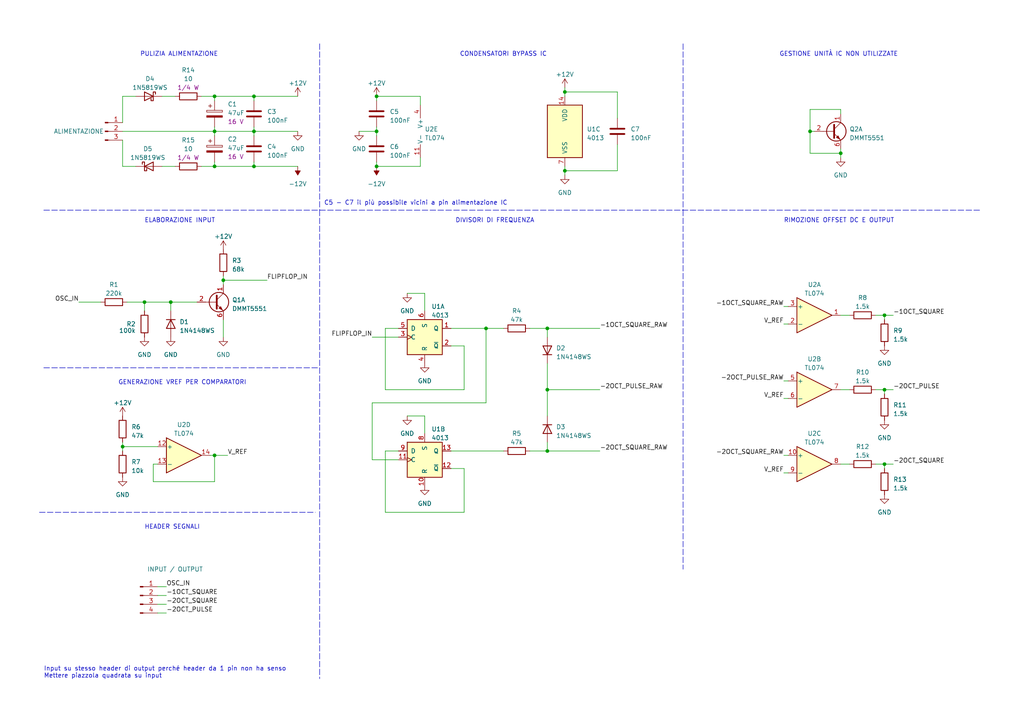
<source format=kicad_sch>
(kicad_sch (version 20230121) (generator eeschema)
  (paper "A4")
  (title_block (title "SUBOSCILLATORE CON IC LOGICI 4013") (date "2023-03-24") (rev "1"))
  (lib_symbols
    (symbol "4xxx:4013" (pin_names (offset 1.016))
      (property "Reference" "U" (at -7.62 8.89 0))
      (property "Value" "4013" (at -7.62 -8.89 0))
      (symbol "4013_1_1"
        (rectangle (start -5.08 5.08) (end 5.08 -5.08) (stroke (width 0.254)) (fill (type background)))
        (pin output line (at 7.62 2.54 180) (length 2.54) (name "Q") (number "1"))
        (pin output line (at 7.62 -2.54 180) (length 2.54) (name "~{Q}") (number "2"))
        (pin input clock (at -7.62 0 0) (length 2.54) (name "C") (number "3"))
        (pin input line (at 0 -7.62 90) (length 2.54) (name "R") (number "4"))
        (pin input line (at -7.62 2.54 0) (length 2.54) (name "D") (number "5"))
        (pin input line (at 0 7.62 270) (length 2.54) (name "S") (number "6"))
      )
      (symbol "4013_2_1"
        (rectangle (start -5.08 5.08) (end 5.08 -5.08) (stroke (width 0.254)) (fill (type background)))
        (pin input line (at 0 -7.62 90) (length 2.54) (name "R") (number "10"))
        (pin input clock (at -7.62 0 0) (length 2.54) (name "C") (number "11"))
        (pin output line (at 7.62 -2.54 180) (length 2.54) (name "~{Q}") (number "12"))
        (pin output line (at 7.62 2.54 180) (length 2.54) (name "Q") (number "13"))
        (pin input line (at 0 7.62 270) (length 2.54) (name "S") (number "8"))
        (pin input line (at -7.62 2.54 0) (length 2.54) (name "D") (number "9"))
      )
      (symbol "4013_3_0"
        (pin power_in line (at 0 10.16 270) (length 2.54) (name "VDD") (number "14"))
        (pin power_in line (at 0 -10.16 90) (length 2.54) (name "VSS") (number "7"))
      )
      (symbol "4013_3_1"
        (rectangle (start -5.08 7.62) (end 5.08 -7.62) (stroke (width 0.254)) (fill (type background)))
      )
    )
    (symbol "Amplifier_Operational:TL074" (pin_names (offset 0.127))
      (property "Reference" "U" (at 0 5.08 0))
      (property "Value" "TL074" (at 0 -5.08 0))
      (symbol "TL074_1_1"
        (polyline (pts (xy -5.08 5.08) (xy 5.08 0) (xy -5.08 -5.08) (xy -5.08 5.08)) (stroke (width 0.254)) (fill (type background)))
        (pin output line (at 7.62 0 180) (length 2.54) (name "~") (number "1"))
        (pin input line (at -7.62 -2.54 0) (length 2.54) (name "-") (number "2"))
        (pin input line (at -7.62 2.54 0) (length 2.54) (name "+") (number "3"))
      )
      (symbol "TL074_2_1"
        (polyline (pts (xy -5.08 5.08) (xy 5.08 0) (xy -5.08 -5.08) (xy -5.08 5.08)) (stroke (width 0.254)) (fill (type background)))
        (pin input line (at -7.62 2.54 0) (length 2.54) (name "+") (number "5"))
        (pin input line (at -7.62 -2.54 0) (length 2.54) (name "-") (number "6"))
        (pin output line (at 7.62 0 180) (length 2.54) (name "~") (number "7"))
      )
      (symbol "TL074_3_1"
        (polyline (pts (xy -5.08 5.08) (xy 5.08 0) (xy -5.08 -5.08) (xy -5.08 5.08)) (stroke (width 0.254)) (fill (type background)))
        (pin input line (at -7.62 2.54 0) (length 2.54) (name "+") (number "10"))
        (pin output line (at 7.62 0 180) (length 2.54) (name "~") (number "8"))
        (pin input line (at -7.62 -2.54 0) (length 2.54) (name "-") (number "9"))
      )
      (symbol "TL074_4_1"
        (polyline (pts (xy -5.08 5.08) (xy 5.08 0) (xy -5.08 -5.08) (xy -5.08 5.08)) (stroke (width 0.254)) (fill (type background)))
        (pin input line (at -7.62 2.54 0) (length 2.54) (name "+") (number "12"))
        (pin input line (at -7.62 -2.54 0) (length 2.54) (name "-") (number "13"))
        (pin output line (at 7.62 0 180) (length 2.54) (name "~") (number "14"))
      )
      (symbol "TL074_5_1"
        (pin power_in line (at -2.54 -7.62 90) (length 3.81) (name "V-") (number "11"))
        (pin power_in line (at -2.54 7.62 270) (length 3.81) (name "V+") (number "4"))
      )
    )
    (symbol "Connector:Conn_01x03_Pin" (pin_names (offset 1.016) hide)
      (property "Reference" "J" (at 0 5.08 0))
      (property "Value" "Conn_01x03_Pin" (at 0 -5.08 0))
      (symbol "Conn_01x03_Pin_1_1"
        (polyline (pts (xy 1.27 -2.54) (xy 0.8636 -2.54)) (stroke (width 0.1524)))
        (polyline (pts (xy 1.27 0) (xy 0.8636 0)) (stroke (width 0.1524)))
        (polyline (pts (xy 1.27 2.54) (xy 0.8636 2.54)) (stroke (width 0.1524)))
        (rectangle (start 0.8636 -2.413) (end 0 -2.667) (stroke (width 0.1524)) (fill (type outline)))
        (rectangle (start 0.8636 0.127) (end 0 -0.127) (stroke (width 0.1524)) (fill (type outline)))
        (rectangle (start 0.8636 2.667) (end 0 2.413) (stroke (width 0.1524)) (fill (type outline)))
        (pin passive line (at 5.08 2.54 180) (length 3.81) (name "Pin_1") (number "1"))
        (pin passive line (at 5.08 0 180) (length 3.81) (name "Pin_2") (number "2"))
        (pin passive line (at 5.08 -2.54 180) (length 3.81) (name "Pin_3") (number "3"))
      )
    )
    (symbol "Connector:Conn_01x04_Pin" (pin_names (offset 1.016) hide)
      (property "Reference" "J" (at 0 5.08 0))
      (property "Value" "Conn_01x04_Pin" (at 0 -7.62 0))
      (symbol "Conn_01x04_Pin_1_1"
        (polyline (pts (xy 1.27 -5.08) (xy 0.8636 -5.08)) (stroke (width 0.1524)))
        (polyline (pts (xy 1.27 -2.54) (xy 0.8636 -2.54)) (stroke (width 0.1524)))
        (polyline (pts (xy 1.27 0) (xy 0.8636 0)) (stroke (width 0.1524)))
        (polyline (pts (xy 1.27 2.54) (xy 0.8636 2.54)) (stroke (width 0.1524)))
        (rectangle (start 0.8636 -4.953) (end 0 -5.207) (stroke (width 0.1524)) (fill (type outline)))
        (rectangle (start 0.8636 -2.413) (end 0 -2.667) (stroke (width 0.1524)) (fill (type outline)))
        (rectangle (start 0.8636 0.127) (end 0 -0.127) (stroke (width 0.1524)) (fill (type outline)))
        (rectangle (start 0.8636 2.667) (end 0 2.413) (stroke (width 0.1524)) (fill (type outline)))
        (pin passive line (at 5.08 2.54 180) (length 3.81) (name "Pin_1") (number "1"))
        (pin passive line (at 5.08 0 180) (length 3.81) (name "Pin_2") (number "2"))
        (pin passive line (at 5.08 -2.54 180) (length 3.81) (name "Pin_3") (number "3"))
        (pin passive line (at 5.08 -5.08 180) (length 3.81) (name "Pin_4") (number "4"))
      )
    )
    (symbol "Device:C" (pin_numbers hide) (pin_names (offset 0.254))
      (property "Reference" "C" (at 0.635 2.54 0))
      (property "Value" "C" (at 0.635 -2.54 0))
      (symbol "C_0_1"
        (polyline (pts (xy -2.032 -0.762) (xy 2.032 -0.762)) (stroke (width 0.508)))
        (polyline (pts (xy -2.032 0.762) (xy 2.032 0.762)) (stroke (width 0.508)))
      )
      (symbol "C_1_1"
        (pin passive line (at 0 3.81 270) (length 2.794) (name "~") (number "1"))
        (pin passive line (at 0 -3.81 90) (length 2.794) (name "~") (number "2"))
      )
    )
    (symbol "Device:C_Polarized" (pin_numbers hide) (pin_names (offset 0.254))
      (property "Reference" "C" (at 0.635 2.54 0))
      (property "Value" "C_Polarized" (at 0.635 -2.54 0))
      (symbol "C_Polarized_0_1"
        (rectangle (start -2.286 0.508) (end 2.286 1.016))
        (polyline (pts (xy -1.778 2.286) (xy -0.762 2.286)))
        (polyline (pts (xy -1.27 2.794) (xy -1.27 1.778)))
        (rectangle (start 2.286 -0.508) (end -2.286 -1.016) (fill (type outline)))
      )
      (symbol "C_Polarized_1_1"
        (pin passive line (at 0 3.81 270) (length 2.794) (name "~") (number "1"))
        (pin passive line (at 0 -3.81 90) (length 2.794) (name "~") (number "2"))
      )
    )
    (symbol "Device:R" (pin_numbers hide) (pin_names (offset 0))
      (property "Reference" "R" (at 2.032 0 90))
      (property "Value" "R" (at 0 0 90))
      (symbol "R_0_1"
        (rectangle (start -1.016 -2.54) (end 1.016 2.54) (stroke (width 0.254)))
      )
      (symbol "R_1_1"
        (pin passive line (at 0 3.81 270) (length 1.27) (name "~") (number "1"))
        (pin passive line (at 0 -3.81 90) (length 1.27) (name "~") (number "2"))
      )
    )
    (symbol "Diode:1N4148WS" (pin_numbers hide) (pin_names hide)
      (property "Reference" "D" (at 0 2.54 0))
      (property "Value" "1N4148WS" (at 0 -2.54 0))
      (symbol "1N4148WS_0_1"
        (polyline (pts (xy -1.27 1.27) (xy -1.27 -1.27)) (stroke (width 0.254)))
        (polyline (pts (xy 1.27 0) (xy -1.27 0)))
        (polyline (pts (xy 1.27 1.27) (xy 1.27 -1.27) (xy -1.27 0) (xy 1.27 1.27)) (stroke (width 0.254)))
      )
      (symbol "1N4148WS_1_1"
        (pin passive line (at -3.81 0 0) (length 2.54) (name "K") (number "1"))
        (pin passive line (at 3.81 0 180) (length 2.54) (name "A") (number "2"))
      )
    )
    (symbol "Diode:1N5819WS" (pin_numbers hide) (pin_names (offset 1.016) hide)
      (property "Reference" "D" (at 0 2.54 0))
      (property "Value" "1N5819WS" (at 0 -2.54 0))
      (symbol "1N5819WS_0_1"
        (polyline (pts (xy 1.27 0) (xy -1.27 0)))
        (polyline (pts (xy 1.27 1.27) (xy 1.27 -1.27) (xy -1.27 0) (xy 1.27 1.27)) (stroke (width 0.254)))
        (polyline (pts (xy -1.905 0.635) (xy -1.905 1.27) (xy -1.27 1.27) (xy -1.27 -1.27) (xy -0.635 -1.27) (xy -0.635 -0.635)) (stroke (width 0.254)))
      )
      (symbol "1N5819WS_1_1"
        (pin passive line (at -3.81 0 0) (length 2.54) (name "K") (number "1"))
        (pin passive line (at 3.81 0 180) (length 2.54) (name "A") (number "2"))
      )
    )
    (symbol "Transistor_BJT:DMMT5551" (pin_names (offset 0) hide)
      (property "Reference" "Q" (at 5.08 2.54 0))
      (property "Value" "DMMT5551" (at 5.08 0 0))
      (symbol "DMMT5551_0_1"
        (polyline (pts (xy 0.635 0) (xy -2.54 0)))
        (polyline (pts (xy 0.635 0.635) (xy 2.54 2.54)))
        (polyline (pts (xy 0.635 -0.635) (xy 2.54 -2.54) (xy 2.54 -2.54)))
        (polyline (pts (xy 0.635 1.905) (xy 0.635 -1.905) (xy 0.635 -1.905)) (stroke (width 0.508)))
        (polyline (pts (xy 1.27 -1.778) (xy 1.778 -1.27) (xy 2.286 -2.286) (xy 1.27 -1.778) (xy 1.27 -1.778)) (fill (type outline)))
        (circle (center 1.27 0) (radius 2.8194) (stroke (width 0.254)))
      )
      (symbol "DMMT5551_1_1"
        (pin passive line (at 2.54 5.08 270) (length 2.54) (name "C1") (number "1"))
        (pin input line (at -5.08 0 0) (length 2.54) (name "B1") (number "2"))
        (pin passive line (at 2.54 -5.08 90) (length 2.54) (name "E1") (number "6"))
      )
      (symbol "DMMT5551_2_1"
        (pin input line (at -5.08 0 0) (length 2.54) (name "B1") (number "3"))
        (pin passive line (at 2.54 5.08 270) (length 2.54) (name "C1") (number "4"))
        (pin passive line (at 2.54 -5.08 90) (length 2.54) (name "E1") (number "5"))
      )
    )
    (symbol "power:+12V" (power) (pin_names (offset 0))
      (property "Value" "+12V" (at 0 3.556 0))
      (symbol "+12V_0_1"
        (polyline (pts (xy -0.762 1.27) (xy 0 2.54)))
        (polyline (pts (xy 0 0) (xy 0 2.54)))
        (polyline (pts (xy 0 2.54) (xy 0.762 1.27)))
      )
      (symbol "+12V_1_1"
        (pin power_in line (at 0 0 90) (length 0) hide (name "+12V") (number "1"))
      )
    )
    (symbol "power:-12V" (power) (pin_names (offset 0))
      (property "Value" "-12V" (at 0 3.81 0))
      (symbol "-12V_0_0"
        (pin power_in line (at 0 0 90) (length 0) hide (name "-12V") (number "1"))
      )
      (symbol "-12V_0_1"
        (polyline (pts (xy 0 0) (xy 0 1.27) (xy 0.762 1.27) (xy 0 2.54) (xy -0.762 1.27) (xy 0 1.27)) (fill (type outline)))
      )
    )
    (symbol "power:GND" (power) (pin_names (offset 0))
      (property "Value" "GND" (at 0 -3.81 0))
      (symbol "GND_0_1"
        (polyline (pts (xy 0 0) (xy 0 -1.27) (xy 1.27 -1.27) (xy 0 -2.54) (xy -1.27 -1.27) (xy 0 -1.27)))
      )
      (symbol "GND_1_1"
        (pin power_in line (at 0 0 270) (length 0) hide (name "GND") (number "1"))
      )
    )
  )
  (junction (at 256.54 91.44))
  (junction (at 109.22 27.94))
  (junction (at 158.75 95.25))
  (junction (at 243.84 44.45))
  (junction (at 256.54 113.03))
  (junction (at 73.66 27.94))
  (junction (at 49.53 87.63))
  (junction (at 62.23 27.94))
  (junction (at 163.83 26.67))
  (junction (at 73.66 38.1))
  (junction (at 35.56 129.54))
  (junction (at 41.91 87.63))
  (junction (at 73.66 48.26))
  (junction (at 64.77 81.28))
  (junction (at 256.54 134.62))
  (junction (at 62.23 38.1))
  (junction (at 62.23 132.08))
  (junction (at 109.22 38.1))
  (junction (at 234.95 38.1))
  (junction (at 158.75 130.81))
  (junction (at 140.97 95.25))
  (junction (at 109.22 48.26))
  (junction (at 158.75 113.03))
  (junction (at 163.83 49.53))
  (junction (at 62.23 48.26))
  (wire (pts (xy 111.76 130.81) (xy 111.76 148.59)))
  (wire (pts (xy 35.56 129.54) (xy 35.56 130.81)))
  (wire (pts (xy 109.22 48.26) (xy 121.92 48.26)))
  (wire (pts (xy 104.14 38.1) (xy 109.22 38.1)))
  (wire (pts (xy 73.66 38.1) (xy 62.23 38.1)))
  (wire (pts (xy 234.95 31.75) (xy 234.95 38.1)))
  (wire (pts (xy 243.84 43.18) (xy 243.84 44.45)))
  (wire (pts (xy 256.54 113.03) (xy 259.08 113.03)))
  (wire (pts (xy 22.86 87.63) (xy 29.21 87.63)))
  (wire (pts (xy 256.54 134.62) (xy 259.08 134.62)))
  (wire (pts (xy 179.07 49.53) (xy 163.83 49.53)))
  (wire (pts (xy 130.81 100.33) (xy 134.62 100.33)))
  (wire (pts (xy 62.23 27.94) (xy 73.66 27.94)))
  (wire (pts (xy 134.62 100.33) (xy 134.62 113.03)))
  (wire (pts (xy 179.07 49.53) (xy 179.07 41.91)))
  (wire (pts (xy 64.77 92.71) (xy 64.77 97.79)))
  (polyline (pts (xy 92.71 60.96) (xy 92.71 111.76)) (stroke (width 0) (type dash)))
  (polyline (pts (xy 12.7 60.96) (xy 92.71 60.96)) (stroke (width 0) (type dash)))
  (wire (pts (xy 64.77 81.28) (xy 64.77 82.55)))
  (wire (pts (xy 153.67 130.81) (xy 158.75 130.81)))
  (wire (pts (xy 48.26 170.18) (xy 45.72 170.18)))
  (wire (pts (xy 73.66 38.1) (xy 86.36 38.1)))
  (wire (pts (xy 62.23 48.26) (xy 62.23 46.99)))
  (wire (pts (xy 130.81 95.25) (xy 140.97 95.25)))
  (wire (pts (xy 134.62 148.59) (xy 134.62 135.89)))
  (polyline (pts (xy 198.12 60.96) (xy 198.12 165.1)) (stroke (width 0) (type dash)))
  (wire (pts (xy 64.77 81.28) (xy 77.47 81.28)))
  (wire (pts (xy 48.26 172.72) (xy 45.72 172.72)))
  (wire (pts (xy 134.62 113.03) (xy 111.76 113.03)))
  (wire (pts (xy 60.96 132.08) (xy 62.23 132.08)))
  (polyline (pts (xy 92.71 12.7) (xy 92.71 60.96)) (stroke (width 0) (type dash)))
  (wire (pts (xy 46.99 48.26) (xy 50.8 48.26)))
  (wire (pts (xy 123.19 85.09) (xy 123.19 90.17)))
  (wire (pts (xy 130.81 130.81) (xy 146.05 130.81)))
  (wire (pts (xy 62.23 132.08) (xy 66.04 132.08)))
  (wire (pts (xy 254 91.44) (xy 256.54 91.44)))
  (wire (pts (xy 73.66 39.37) (xy 73.66 38.1)))
  (wire (pts (xy 140.97 95.25) (xy 146.05 95.25)))
  (wire (pts (xy 73.66 27.94) (xy 86.36 27.94)))
  (wire (pts (xy 256.54 113.03) (xy 256.54 114.3)))
  (polyline (pts (xy 92.71 60.96) (xy 284.48 60.96)) (stroke (width 0) (type dash)))
  (wire (pts (xy 227.33 137.16) (xy 228.6 137.16)))
  (wire (pts (xy 118.11 85.09) (xy 123.19 85.09)))
  (wire (pts (xy 256.54 134.62) (xy 256.54 135.89)))
  (wire (pts (xy 35.56 48.26) (xy 39.37 48.26)))
  (wire (pts (xy 49.53 87.63) (xy 57.15 87.63)))
  (wire (pts (xy 73.66 48.26) (xy 73.66 46.99)))
  (wire (pts (xy 64.77 80.01) (xy 64.77 81.28)))
  (wire (pts (xy 158.75 105.41) (xy 158.75 113.03)))
  (wire (pts (xy 234.95 44.45) (xy 243.84 44.45)))
  (wire (pts (xy 58.42 48.26) (xy 62.23 48.26)))
  (wire (pts (xy 107.95 133.35) (xy 115.57 133.35)))
  (wire (pts (xy 163.83 26.67) (xy 163.83 27.94)))
  (wire (pts (xy 35.56 27.94) (xy 39.37 27.94)))
  (wire (pts (xy 140.97 95.25) (xy 140.97 116.84)))
  (wire (pts (xy 121.92 45.72) (xy 121.92 48.26)))
  (wire (pts (xy 36.83 87.63) (xy 41.91 87.63)))
  (wire (pts (xy 158.75 113.03) (xy 158.75 120.65)))
  (wire (pts (xy 35.56 38.1) (xy 62.23 38.1)))
  (polyline (pts (xy 12.7 106.68) (xy 92.71 106.68)) (stroke (width 0) (type dash)))
  (wire (pts (xy 163.83 25.4) (xy 163.83 26.67)))
  (wire (pts (xy 227.33 115.57) (xy 228.6 115.57)))
  (wire (pts (xy 256.54 91.44) (xy 256.54 92.71)))
  (wire (pts (xy 41.91 87.63) (xy 49.53 87.63)))
  (wire (pts (xy 158.75 95.25) (xy 158.75 97.79)))
  (wire (pts (xy 109.22 29.21) (xy 109.22 27.94)))
  (wire (pts (xy 62.23 48.26) (xy 73.66 48.26)))
  (polyline (pts (xy 92.71 111.76) (xy 92.71 196.85)) (stroke (width 0) (type dash)))
  (wire (pts (xy 107.95 97.79) (xy 115.57 97.79)))
  (wire (pts (xy 179.07 26.67) (xy 163.83 26.67)))
  (wire (pts (xy 111.76 148.59) (xy 134.62 148.59)))
  (wire (pts (xy 46.99 27.94) (xy 50.8 27.94)))
  (wire (pts (xy 243.84 31.75) (xy 234.95 31.75)))
  (wire (pts (xy 227.33 132.08) (xy 228.6 132.08)))
  (wire (pts (xy 158.75 113.03) (xy 173.99 113.03)))
  (wire (pts (xy 35.56 40.64) (xy 35.56 48.26)))
  (wire (pts (xy 256.54 91.44) (xy 259.08 91.44)))
  (wire (pts (xy 243.84 91.44) (xy 246.38 91.44)))
  (wire (pts (xy 62.23 27.94) (xy 62.23 29.21)))
  (wire (pts (xy 153.67 95.25) (xy 158.75 95.25)))
  (wire (pts (xy 134.62 135.89) (xy 130.81 135.89)))
  (wire (pts (xy 73.66 36.83) (xy 73.66 38.1)))
  (wire (pts (xy 140.97 116.84) (xy 107.95 116.84)))
  (wire (pts (xy 158.75 95.25) (xy 173.99 95.25)))
  (wire (pts (xy 243.84 33.02) (xy 243.84 31.75)))
  (wire (pts (xy 179.07 34.29) (xy 179.07 26.67)))
  (wire (pts (xy 45.72 129.54) (xy 35.56 129.54)))
  (wire (pts (xy 58.42 27.94) (xy 62.23 27.94)))
  (wire (pts (xy 121.92 27.94) (xy 121.92 30.48)))
  (wire (pts (xy 44.45 139.7) (xy 44.45 134.62)))
  (polyline (pts (xy 198.12 12.7) (xy 198.12 60.96)) (stroke (width 0) (type dash)))
  (wire (pts (xy 254 134.62) (xy 256.54 134.62)))
  (wire (pts (xy 243.84 134.62) (xy 246.38 134.62)))
  (wire (pts (xy 41.91 87.63) (xy 41.91 90.17)))
  (wire (pts (xy 118.11 120.65) (xy 123.19 120.65)))
  (wire (pts (xy 62.23 39.37) (xy 62.23 38.1)))
  (wire (pts (xy 254 113.03) (xy 256.54 113.03)))
  (wire (pts (xy 62.23 36.83) (xy 62.23 38.1)))
  (wire (pts (xy 163.83 49.53) (xy 163.83 48.26)))
  (wire (pts (xy 227.33 88.9) (xy 228.6 88.9)))
  (wire (pts (xy 48.26 177.8) (xy 45.72 177.8)))
  (wire (pts (xy 111.76 113.03) (xy 111.76 95.25)))
  (wire (pts (xy 111.76 95.25) (xy 115.57 95.25)))
  (wire (pts (xy 45.72 175.26) (xy 48.26 175.26)))
  (wire (pts (xy 62.23 139.7) (xy 44.45 139.7)))
  (wire (pts (xy 234.95 38.1) (xy 236.22 38.1)))
  (wire (pts (xy 35.56 128.27) (xy 35.56 129.54)))
  (wire (pts (xy 227.33 93.98) (xy 228.6 93.98)))
  (wire (pts (xy 234.95 38.1) (xy 234.95 44.45)))
  (wire (pts (xy 109.22 36.83) (xy 109.22 38.1)))
  (wire (pts (xy 158.75 130.81) (xy 158.75 128.27)))
  (polyline (pts (xy 11.43 148.59) (xy 91.44 148.59)) (stroke (width 0) (type dash)))
  (wire (pts (xy 109.22 27.94) (xy 121.92 27.94)))
  (wire (pts (xy 107.95 116.84) (xy 107.95 133.35)))
  (wire (pts (xy 44.45 134.62) (xy 45.72 134.62)))
  (wire (pts (xy 62.23 132.08) (xy 62.23 139.7)))
  (wire (pts (xy 109.22 38.1) (xy 109.22 39.37)))
  (wire (pts (xy 49.53 87.63) (xy 49.53 90.17)))
  (wire (pts (xy 227.33 110.49) (xy 228.6 110.49)))
  (wire (pts (xy 115.57 130.81) (xy 111.76 130.81)))
  (wire (pts (xy 109.22 46.99) (xy 109.22 48.26)))
  (wire (pts (xy 243.84 113.03) (xy 246.38 113.03)))
  (wire (pts (xy 158.75 130.81) (xy 173.99 130.81)))
  (wire (pts (xy 73.66 48.26) (xy 86.36 48.26)))
  (wire (pts (xy 35.56 35.56) (xy 35.56 27.94)))
  (wire (pts (xy 243.84 44.45) (xy 243.84 45.72)))
  (wire (pts (xy 123.19 120.65) (xy 123.19 125.73)))
  (wire (pts (xy 73.66 27.94) (xy 73.66 29.21)))
  (wire (pts (xy 163.83 50.8) (xy 163.83 49.53)))
  (text "PULIZIA ALIMENTAZIONE\n" (at 40.64 16.51 0) (effects (font (size 1.27 1.27)) (justify left bottom)))
  (text "RIMOZIONE OFFSET DC E OUTPUT" (at 227.33 64.77 0) (effects (font (size 1.27 1.27)) (justify left bottom)))
  (text "DIVISORI DI FREQUENZA" (at 132.08 64.77 0) (effects (font (size 1.27 1.27)) (justify left bottom)))
  (text "GESTIONE UNITÀ IC NON UTILIZZATE" (at 226.06 16.51 0) (effects (font (size 1.27 1.27)) (justify left bottom)))
  (text "ELABORAZIONE INPUT" (at 41.91 64.77 0) (effects (font (size 1.27 1.27)) (justify left bottom)))
  (text "CONDENSATORI BYPASS IC" (at 133.35 16.51 0) (effects (font (size 1.27 1.27)) (justify left bottom)))
  (text "Input su stesso header di output perché header da 1 pin non ha senso\nMettere piazzola quadrata su input" (at 12.7 196.85 0) (effects (font (size 1.27 1.27)) (justify left bottom)))
  (text "C5 - C7 il più possibile vicini a pin alimentazione IC" (at 93.98 59.69 0) (effects (font (size 1.27 1.27)) (justify left bottom)))
  (text "GENERAZIONE VREF PER COMPARATORI" (at 34.29 111.76 0) (effects (font (size 1.27 1.27)) (justify left bottom)))
  (text "HEADER SEGNALI" (at 41.91 153.67 0) (effects (font (size 1.27 1.27)) (justify left bottom)))
  (label "-1OCT_SQUARE_RAW" (at 227.33 88.9 180))
  (label "-2OCT_PULSE" (at 259.08 113.03 0))
  (label "-2OCT_SQUARE" (at 259.08 134.62 0))
  (label "-1OCT_SQUARE" (at 48.26 172.72 0))
  (label "-2OCT_SQUARE" (at 48.26 175.26 0))
  (label "-1OCT_SQUARE_RAW" (at 173.99 95.25 0))
  (label "OSC_IN" (at 48.26 170.18 0))
  (label "-2OCT_SQUARE_RAW" (at 227.33 132.08 180))
  (label "OSC_IN" (at 22.86 87.63 180))
  (label "FLIPFLOP_IN" (at 107.95 97.79 180))
  (label "V_REF" (at 227.33 115.57 180))
  (label "V_REF" (at 66.04 132.08 0))
  (label "V_REF" (at 227.33 93.98 180))
  (label "-2OCT_PULSE_RAW" (at 173.99 113.03 0))
  (label "-2OCT_SQUARE_RAW" (at 173.99 130.81 0))
  (label "-2OCT_PULSE_RAW" (at 227.33 110.49 180))
  (label "-1OCT_SQUARE" (at 259.08 91.44 0))
  (label "-2OCT_PULSE" (at 48.26 177.8 0))
  (label "V_REF" (at 227.33 137.16 180))
  (label "FLIPFLOP_IN" (at 77.47 81.28 0))
  (symbol (lib_id "Device:R") (at 149.86 95.25 90) (unit 1)
    (property "Reference" "R4" (at 149.86 90.17 90))
    (property "Value" "47k" (at 149.86 92.71 90))
    (property "Footprint" "Resistor_SMD:R_0402_1005Metric" (effects hide))
    (property "Datasheet" "0402WGF4702TCE" (effects hide))
  )
  (symbol (lib_id "power:GND") (at 256.54 143.51 0) (unit 1)
    (property "Reference" "#PWR014" (effects hide))
    (property "Value" "GND" (at 256.54 148.59 0))
  )
  (symbol (lib_id "Diode:1N5819WS") (at 43.18 48.26 0) (unit 1)
    (property "Reference" "D5" (at 42.8625 43.18 0))
    (property "Value" "1N5819WS" (at 42.8625 45.72 0))
    (property "Footprint" "Diode_SMD:D_SOD-323" (effects hide))
  )
  (symbol (lib_id "power:+12V") (at 109.22 27.94 0) (unit 1)
    (property "Reference" "#PWR019" (effects hide))
    (property "Value" "+12V" (at 109.22 24.13 0))
  )
  (symbol (lib_id "Diode:1N4148WS") (at 158.75 124.46 270) (unit 1)
    (property "Reference" "D3" (at 161.29 123.825 90) (effects (justify left)))
    (property "Value" "1N4148WS" (at 161.29 126.365 90) (effects (justify left)))
    (property "Footprint" "Diode_SMD:D_SOD-323" (effects hide))
    (property "Datasheet" "https://www.vishay.com/docs/85751/1n4148ws.pdf" (effects hide))
    (property "Sim.Device" "D" (effects hide))
    (property "Sim.Pins" "1=K 2=A" (effects hide))
  )
  (symbol (lib_id "Transistor_BJT:DMMT5551") (at 241.3 38.1 0) (unit 1)
    (property "Reference" "Q2" (at 246.38 37.465 0) (effects (justify left)))
    (property "Value" "DMMT5551" (at 246.38 40.005 0) (effects (justify left)))
    (property "Footprint" "Package_TO_SOT_SMD:SOT-23-6" (effects hide))
    (property "Datasheet" "https://datasheet.lcsc.com/lcsc/1912111437_Diodes-Incorporated-DMMT5551-7-F_C445514.pdf" (effects hide))
  )
  (symbol (lib_id "Amplifier_Operational:TL074") (at 124.46 38.1 0) (unit 5)
    (property "Reference" "U2" (at 123.19 37.465 0) (effects (justify left)))
    (property "Value" "TL074" (at 123.19 40.005 0) (effects (justify left)))
    (property "Footprint" "Package_SO:SOIC-14_3.9x8.7mm_P1.27mm" (effects hide))
    (property "Datasheet" "TL074CDT" (effects hide))
  )
  (symbol (lib_id "power:GND") (at 123.19 105.41 0) (unit 1)
    (property "Reference" "#PWR06" (effects hide))
    (property "Value" "GND" (at 123.19 110.49 0))
  )
  (symbol (lib_id "power:-12V") (at 86.36 48.26 180) (unit 1)
    (property "Reference" "#PWR017" (effects hide))
    (property "Value" "-12V" (at 86.36 53.34 0))
  )
  (symbol (lib_id "4xxx:4013") (at 163.83 38.1 0) (unit 3)
    (property "Reference" "U1" (at 170.18 37.465 0) (effects (justify left)))
    (property "Value" "4013" (at 170.18 40.005 0) (effects (justify left)))
    (property "Footprint" "Package_SO:SOIC-14_3.9x8.7mm_P1.27mm" (effects hide))
    (property "Datasheet" "CD4013BM/TR" (effects hide))
  )
  (symbol (lib_id "Device:R") (at 33.02 87.63 90) (unit 1)
    (property "Reference" "R1" (at 33.02 82.55 90))
    (property "Value" "220k" (at 33.02 85.09 90))
    (property "Footprint" "Resistor_SMD:R_0402_1005Metric" (effects hide))
    (property "Datasheet" "0402WGF2203TCE" (effects hide))
  )
  (symbol (lib_id "Device:C") (at 179.07 38.1 0) (unit 1)
    (property "Reference" "C7" (at 182.88 37.465 0) (effects (justify left)))
    (property "Value" "100nF" (at 182.88 40.005 0) (effects (justify left)))
    (property "Footprint" "Capacitor_SMD:C_0402_1005Metric" (effects hide))
    (property "Datasheet" "CL05B104KO5NNNC" (effects hide))
  )
  (symbol (lib_id "power:GND") (at 104.14 38.1 0) (unit 1)
    (property "Reference" "#PWR018" (effects hide))
    (property "Value" "GND" (at 104.14 43.18 0))
  )
  (symbol (lib_id "power:GND") (at 64.77 97.79 0) (unit 1)
    (property "Reference" "#PWR03" (effects hide))
    (property "Value" "GND" (at 64.77 102.87 0))
  )
  (symbol (lib_id "power:-12V") (at 109.22 48.26 180) (unit 1)
    (property "Reference" "#PWR020" (effects hide))
    (property "Value" "-12V" (at 109.22 53.34 0))
  )
  (symbol (lib_id "Device:R") (at 250.19 91.44 90) (unit 1)
    (property "Reference" "R8" (at 250.19 86.36 90))
    (property "Value" "1.5k" (at 250.19 88.9 90))
    (property "Footprint" "Resistor_SMD:R_0402_1005Metric" (effects hide))
    (property "Datasheet" "RC0402FR-071K5L" (effects hide))
  )
  (symbol (lib_id "4xxx:4013") (at 123.19 97.79 0) (unit 1)
    (property "Reference" "U1" (at 125.1459 88.9 0) (effects (justify left)))
    (property "Value" "4013" (at 125.1459 91.44 0) (effects (justify left)))
    (property "Footprint" "Package_SO:SOIC-14_3.9x8.7mm_P1.27mm" (effects hide))
    (property "Datasheet" "CD4013BM/TR" (effects hide))
  )
  (symbol (lib_id "Device:C_Polarized") (at 62.23 33.02 0) (unit 1)
    (property "Reference" "C1" (at 66.04 30.226 0) (effects (justify left)))
    (property "Value" "47uF" (at 66.04 32.766 0) (effects (justify left)))
    (property "Footprint" "Capacitor_Tantalum_SMD:CP_EIA-3528-12_Kemet-T" (effects hide))
    (property "Datasheet" "CA45-B-16V-47uF-K" (effects hide))
    (property "Voltage Rating" "16 V" (at 66.04 35.306 0) (effects (justify left)))
  )
  (symbol (lib_id "Device:R") (at 250.19 113.03 90) (unit 1)
    (property "Reference" "R10" (at 250.19 107.95 90))
    (property "Value" "1.5k" (at 250.19 110.49 90))
    (property "Footprint" "Resistor_SMD:R_0402_1005Metric" (effects hide))
    (property "Datasheet" "RC0402FR-071K5L" (effects hide))
  )
  (symbol (lib_id "power:GND") (at 256.54 121.92 0) (unit 1)
    (property "Reference" "#PWR013" (effects hide))
    (property "Value" "GND" (at 256.54 127 0))
  )
  (symbol (lib_id "Diode:1N5819WS") (at 43.18 27.94 0) (mirror y) (unit 1)
    (property "Reference" "D4" (at 43.4975 22.86 0))
    (property "Value" "1N5819WS" (at 43.4975 25.4 0))
    (property "Footprint" "Diode_SMD:D_SOD-323" (effects hide))
  )
  (symbol (lib_id "power:GND") (at 118.11 85.09 0) (unit 1)
    (property "Reference" "#PWR08" (effects hide))
    (property "Value" "GND" (at 118.11 90.17 0))
  )
  (symbol (lib_id "power:GND") (at 35.56 138.43 0) (unit 1)
    (property "Reference" "#PWR010" (effects hide))
    (property "Value" "GND" (at 35.56 143.51 0))
  )
  (symbol (lib_id "power:GND") (at 41.91 97.79 0) (unit 1)
    (property "Reference" "#PWR01" (effects hide))
    (property "Value" "GND" (at 41.91 102.87 0))
  )
  (symbol (lib_id "power:GND") (at 256.54 100.33 0) (unit 1)
    (property "Reference" "#PWR012" (effects hide))
    (property "Value" "GND" (at 256.54 105.41 0))
  )
  (symbol (lib_id "Diode:1N4148WS") (at 49.53 93.98 270) (unit 1)
    (property "Reference" "D1" (at 52.07 93.345 90) (effects (justify left)))
    (property "Value" "1N4148WS" (at 52.07 95.885 90) (effects (justify left)))
    (property "Footprint" "Diode_SMD:D_SOD-323" (effects hide))
    (property "Datasheet" "https://www.vishay.com/docs/85751/1n4148ws.pdf" (effects hide))
    (property "Sim.Device" "D" (effects hide))
    (property "Sim.Pins" "1=K 2=A" (effects hide))
  )
  (symbol (lib_id "Device:R") (at 250.19 134.62 90) (unit 1)
    (property "Reference" "R12" (at 250.19 129.54 90))
    (property "Value" "1.5k" (at 250.19 132.08 90))
    (property "Footprint" "Resistor_SMD:R_0402_1005Metric" (effects hide))
    (property "Datasheet" "RC0402FR-071K5L" (effects hide))
  )
  (symbol (lib_id "Connector:Conn_01x03_Pin") (at 30.48 38.1 0) (unit 1)
    (property "Reference" "J1" (effects hide))
    (property "Value" "ALIMENTAZIONE" (at 22.86 38.1 0))
    (property "Footprint" "Connector_PinHeader_2.54mm:PinHeader_1x03_P2.54mm_Vertical" (effects hide))
  )
  (symbol (lib_id "Device:R") (at 64.77 76.2 180) (unit 1)
    (property "Reference" "R3" (at 67.31 75.565 0) (effects (justify right)))
    (property "Value" "68k" (at 67.31 78.105 0) (effects (justify right)))
    (property "Footprint" "Resistor_SMD:R_0402_1005Metric" (effects hide))
    (property "Datasheet" "0402WGF6802TCE" (effects hide))
  )
  (symbol (lib_id "power:GND") (at 123.19 140.97 0) (unit 1)
    (property "Reference" "#PWR07" (effects hide))
    (property "Value" "GND" (at 123.19 146.05 0))
  )
  (symbol (lib_id "power:GND") (at 86.36 38.1 0) (unit 1)
    (property "Reference" "#PWR016" (effects hide))
    (property "Value" "GND" (at 86.36 43.18 0))
  )
  (symbol (lib_id "Amplifier_Operational:TL074") (at 53.34 132.08 0) (unit 4)
    (property "Reference" "U2" (at 53.34 123.19 0))
    (property "Value" "TL074" (at 53.34 125.73 0))
    (property "Footprint" "Package_SO:SOIC-14_3.9x8.7mm_P1.27mm" (effects hide))
    (property "Datasheet" "TL074CDT" (effects hide))
  )
  (symbol (lib_id "Device:C_Polarized") (at 62.23 43.18 0) (unit 1)
    (property "Reference" "C2" (at 66.04 40.386 0) (effects (justify left)))
    (property "Value" "47uF" (at 66.04 42.926 0) (effects (justify left)))
    (property "Footprint" "Capacitor_Tantalum_SMD:CP_EIA-3528-12_Kemet-T" (effects hide))
    (property "Datasheet" "CA45-B-16V-47uF-K" (effects hide))
    (property "Voltage Rating" "16 V" (at 66.04 45.466 0) (effects (justify left)))
  )
  (symbol (lib_id "Device:C") (at 73.66 43.18 0) (unit 1)
    (property "Reference" "C4" (at 77.47 42.545 0) (effects (justify left)))
    (property "Value" "100nF" (at 77.47 45.085 0) (effects (justify left)))
    (property "Footprint" "Capacitor_SMD:C_0402_1005Metric" (effects hide))
    (property "Datasheet" "CL05B104KO5NNNC" (effects hide))
  )
  (symbol (lib_id "Device:C") (at 109.22 43.18 0) (unit 1)
    (property "Reference" "C6" (at 113.03 42.545 0) (effects (justify left)))
    (property "Value" "100nF" (at 113.03 45.085 0) (effects (justify left)))
    (property "Footprint" "Capacitor_SMD:C_0402_1005Metric" (effects hide))
    (property "Datasheet" "CL05B104KO5NNNC" (effects hide))
  )
  (symbol (lib_id "power:GND") (at 118.11 120.65 0) (unit 1)
    (property "Reference" "#PWR09" (effects hide))
    (property "Value" "GND" (at 118.11 125.73 0))
  )
  (symbol (lib_id "power:+12V") (at 86.36 27.94 0) (unit 1)
    (property "Reference" "#PWR015" (effects hide))
    (property "Value" "+12V" (at 86.36 24.13 0))
  )
  (symbol (lib_id "Amplifier_Operational:TL074") (at 236.22 134.62 0) (unit 3)
    (property "Reference" "U2" (at 236.22 125.73 0))
    (property "Value" "TL074" (at 236.22 128.27 0))
    (property "Footprint" "Package_SO:SOIC-14_3.9x8.7mm_P1.27mm" (effects hide))
    (property "Datasheet" "TL074CDT" (effects hide))
  )
  (symbol (lib_id "Device:R") (at 256.54 96.52 180) (unit 1)
    (property "Reference" "R9" (at 259.08 95.885 0) (effects (justify right)))
    (property "Value" "1.5k" (at 259.08 98.425 0) (effects (justify right)))
    (property "Footprint" "Resistor_SMD:R_0402_1005Metric" (effects hide))
    (property "Datasheet" "RC0402FR-071K5L" (effects hide))
  )
  (symbol (lib_id "Device:R") (at 256.54 139.7 180) (unit 1)
    (property "Reference" "R13" (at 259.08 139.065 0) (effects (justify right)))
    (property "Value" "1.5k" (at 259.08 141.605 0) (effects (justify right)))
    (property "Footprint" "Resistor_SMD:R_0402_1005Metric" (effects hide))
    (property "Datasheet" "RC0402FR-071K5L" (effects hide))
  )
  (symbol (lib_id "Amplifier_Operational:TL074") (at 236.22 91.44 0) (unit 1)
    (property "Reference" "U2" (at 236.22 82.55 0))
    (property "Value" "TL074" (at 236.22 85.09 0))
    (property "Footprint" "Package_SO:SOIC-14_3.9x8.7mm_P1.27mm" (effects hide))
    (property "Datasheet" "TL074CDT" (effects hide))
  )
  (symbol (lib_id "power:+12V") (at 163.83 25.4 0) (unit 1)
    (property "Reference" "#PWR021" (effects hide))
    (property "Value" "+12V" (at 163.83 21.59 0))
  )
  (symbol (lib_id "Device:R") (at 35.56 134.62 0) (unit 1)
    (property "Reference" "R7" (at 38.1 133.985 0) (effects (justify left)))
    (property "Value" "10k" (at 38.1 136.525 0) (effects (justify left)))
    (property "Footprint" "Resistor_SMD:R_0402_1005Metric" (effects hide))
    (property "Datasheet" "RC0402FR-0710KL" (effects hide))
  )
  (symbol (lib_id "power:GND") (at 163.83 50.8 0) (unit 1)
    (property "Reference" "#PWR022" (effects hide))
    (property "Value" "GND" (at 163.83 55.88 0))
  )
  (symbol (lib_id "Device:C") (at 73.66 33.02 0) (unit 1)
    (property "Reference" "C3" (at 77.47 32.385 0) (effects (justify left)))
    (property "Value" "100nF" (at 77.47 34.925 0) (effects (justify left)))
    (property "Footprint" "Capacitor_SMD:C_0402_1005Metric" (effects hide))
    (property "Datasheet" "CL05B104KO5NNNC" (effects hide))
  )
  (symbol (lib_id "Transistor_BJT:DMMT5551") (at 62.23 87.63 0) (unit 1)
    (property "Reference" "Q1" (at 67.31 86.995 0) (effects (justify left)))
    (property "Value" "DMMT5551" (at 67.31 89.535 0) (effects (justify left)))
    (property "Footprint" "Package_TO_SOT_SMD:SOT-23-6" (effects hide))
    (property "Datasheet" "https://datasheet.lcsc.com/lcsc/1912111437_Diodes-Incorporated-DMMT5551-7-F_C445514.pdf" (effects hide))
  )
  (symbol (lib_id "power:GND") (at 243.84 45.72 0) (unit 1)
    (property "Reference" "#PWR05" (effects hide))
    (property "Value" "GND" (at 243.84 50.8 0))
  )
  (symbol (lib_id "Device:R") (at 54.61 27.94 270) (unit 1)
    (property "Reference" "R14" (at 54.61 20.32 90))
    (property "Value" "10" (at 54.61 22.86 90))
    (property "Footprint" "Resistor_SMD:R_1206_3216Metric" (effects hide))
    (property "Datasheet" "1206W4F100JT5E" (effects hide))
    (property "Power Rating" "1/4 W" (at 54.61 25.4 90))
  )
  (symbol (lib_id "Amplifier_Operational:TL074") (at 236.22 113.03 0) (unit 2)
    (property "Reference" "U2" (at 236.22 104.14 0))
    (property "Value" "TL074" (at 236.22 106.68 0))
    (property "Footprint" "Package_SO:SOIC-14_3.9x8.7mm_P1.27mm" (effects hide))
    (property "Datasheet" "TL074CDT" (effects hide))
  )
  (symbol (lib_id "power:+12V") (at 35.56 120.65 0) (unit 1)
    (property "Reference" "#PWR011" (effects hide))
    (property "Value" "+12V" (at 35.56 116.84 0))
  )
  (symbol (lib_id "Device:R") (at 149.86 130.81 90) (unit 1)
    (property "Reference" "R5" (at 149.86 125.73 90))
    (property "Value" "47k" (at 149.86 128.27 90))
    (property "Footprint" "Resistor_SMD:R_0402_1005Metric" (effects hide))
    (property "Datasheet" "0402WGF4702TCE" (effects hide))
  )
  (symbol (lib_id "Device:R") (at 41.91 93.98 0) (mirror x) (unit 1)
    (property "Reference" "R2" (at 39.37 93.98 0) (effects (justify right)))
    (property "Value" "100k" (at 39.37 95.885 0) (effects (justify right)))
    (property "Footprint" "Resistor_SMD:R_0402_1005Metric" (effects hide))
    (property "Datasheet" "0402WGF1003TCE" (effects hide))
  )
  (symbol (lib_id "Device:C") (at 109.22 33.02 0) (unit 1)
    (property "Reference" "C5" (at 113.03 32.385 0) (effects (justify left)))
    (property "Value" "100nF" (at 113.03 34.925 0) (effects (justify left)))
    (property "Footprint" "Capacitor_SMD:C_0402_1005Metric" (effects hide))
    (property "Datasheet" "CL05B104KO5NNNC" (effects hide))
  )
  (symbol (lib_id "Device:R") (at 35.56 124.46 0) (unit 1)
    (property "Reference" "R6" (at 38.1 123.825 0) (effects (justify left)))
    (property "Value" "47k" (at 38.1 126.365 0) (effects (justify left)))
    (property "Footprint" "Resistor_SMD:R_0402_1005Metric" (effects hide))
    (property "Datasheet" "0402WGF4702TCE" (effects hide))
  )
  (symbol (lib_id "power:+12V") (at 64.77 72.39 0) (unit 1)
    (property "Reference" "#PWR04" (effects hide))
    (property "Value" "+12V" (at 64.77 68.58 0))
  )
  (symbol (lib_id "4xxx:4013") (at 123.19 133.35 0) (unit 2)
    (property "Reference" "U1" (at 125.1459 124.46 0) (effects (justify left)))
    (property "Value" "4013" (at 125.1459 127 0) (effects (justify left)))
    (property "Footprint" "Package_SO:SOIC-14_3.9x8.7mm_P1.27mm" (effects hide))
    (property "Datasheet" "CD4013BM/TR" (effects hide))
  )
  (symbol (lib_id "Connector:Conn_01x04_Pin") (at 40.64 172.72 0) (unit 1)
    (property "Reference" "J2" (effects hide))
    (property "Value" "INPUT / OUTPUT" (at 50.8 165.1 0))
    (property "Footprint" "Connector_PinHeader_2.54mm:PinHeader_1x04_P2.54mm_Vertical" (effects hide))
  )
  (symbol (lib_id "power:GND") (at 49.53 97.79 0) (unit 1)
    (property "Reference" "#PWR02" (effects hide))
    (property "Value" "GND" (at 49.53 102.87 0))
  )
  (symbol (lib_id "Diode:1N4148WS") (at 158.75 101.6 90) (unit 1)
    (property "Reference" "D2" (at 161.29 100.965 90) (effects (justify right)))
    (property "Value" "1N4148WS" (at 161.29 103.505 90) (effects (justify right)))
    (property "Footprint" "Diode_SMD:D_SOD-323" (effects hide))
    (property "Datasheet" "https://www.vishay.com/docs/85751/1n4148ws.pdf" (effects hide))
    (property "Sim.Device" "D" (effects hide))
    (property "Sim.Pins" "1=K 2=A" (effects hide))
  )
  (symbol (lib_id "Device:R") (at 256.54 118.11 180) (unit 1)
    (property "Reference" "R11" (at 259.08 117.475 0) (effects (justify right)))
    (property "Value" "1.5k" (at 259.08 120.015 0) (effects (justify right)))
    (property "Footprint" "Resistor_SMD:R_0402_1005Metric" (effects hide))
    (property "Datasheet" "RC0402FR-071K5L" (effects hide))
  )
  (symbol (lib_id "Device:R") (at 54.61 48.26 270) (unit 1)
    (property "Reference" "R15" (at 54.61 40.64 90))
    (property "Value" "10" (at 54.61 43.18 90))
    (property "Footprint" "Resistor_SMD:R_1206_3216Metric" (effects hide))
    (property "Datasheet" "1206W4F100JT5E" (effects hide))
    (property "Power Rating" "1/4 W" (at 54.61 45.72 90))
  )
)
</source>
